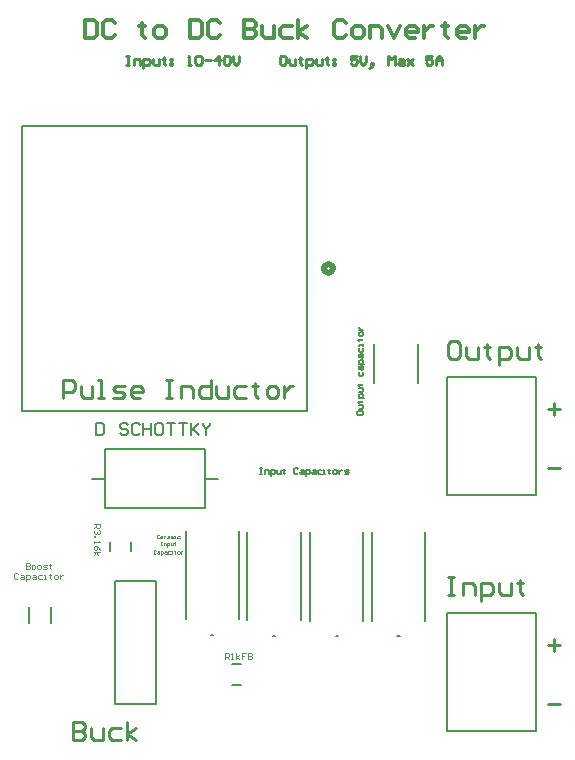
<source format=gto>
G04*
G04 #@! TF.GenerationSoftware,Altium Limited,Altium Designer,21.6.4 (81)*
G04*
G04 Layer_Color=65535*
%FSLAX25Y25*%
%MOIN*%
G70*
G04*
G04 #@! TF.SameCoordinates,5859FE92-40B9-4657-A5CE-F15D5BB89CAD*
G04*
G04*
G04 #@! TF.FilePolarity,Positive*
G04*
G01*
G75*
%ADD10C,0.02000*%
%ADD11C,0.00787*%
%ADD12C,0.00600*%
%ADD13C,0.00500*%
%ADD14C,0.00394*%
%ADD15C,0.01000*%
%ADD16C,0.01181*%
%ADD17C,0.00591*%
D10*
X138776Y188189D02*
X138425Y189153D01*
X137536Y189666D01*
X136526Y189488D01*
X135866Y188702D01*
Y187676D01*
X136526Y186890D01*
X137536Y186712D01*
X138425Y187225D01*
X138776Y188189D01*
D11*
X140551Y65531D02*
X139764D01*
X140551D01*
X99016Y66024D02*
X98228D01*
X99016D01*
X119587Y65728D02*
X118799D01*
X119587D01*
X161122Y65531D02*
X160335D01*
X161122D01*
X58583Y118110D02*
X62992D01*
X96063D02*
X100472D01*
X62992Y108169D02*
Y128051D01*
X96063D01*
Y108169D02*
Y128051D01*
X62992Y108169D02*
X96063D01*
X206496Y112697D02*
Y152067D01*
X176969Y112697D02*
Y152067D01*
X206496D01*
X176969Y112697D02*
X206496D01*
X206496Y33957D02*
Y73327D01*
X176969Y33957D02*
Y73327D01*
X206496D01*
X176969Y33957D02*
X206496D01*
X105315Y56299D02*
X108268D01*
X105315Y49409D02*
X108268D01*
X71358Y93898D02*
Y96850D01*
X64468Y93898D02*
Y96850D01*
X114670Y121784D02*
X115326D01*
X114998D01*
Y119817D01*
X114670D01*
X115326D01*
X116310D02*
Y121128D01*
X117294D01*
X117622Y120800D01*
Y119817D01*
X118278Y119160D02*
Y121128D01*
X119262D01*
X119590Y120800D01*
Y120144D01*
X119262Y119817D01*
X118278D01*
X120246Y121128D02*
Y120144D01*
X120574Y119817D01*
X121558D01*
Y121128D01*
X122542Y121456D02*
Y121128D01*
X122214D01*
X122870D01*
X122542D01*
Y120144D01*
X122870Y119817D01*
X127133Y121456D02*
X126805Y121784D01*
X126149D01*
X125821Y121456D01*
Y120144D01*
X126149Y119817D01*
X126805D01*
X127133Y120144D01*
X128117Y121128D02*
X128773D01*
X129101Y120800D01*
Y119817D01*
X128117D01*
X127789Y120144D01*
X128117Y120472D01*
X129101D01*
X129757Y119160D02*
Y121128D01*
X130741D01*
X131069Y120800D01*
Y120144D01*
X130741Y119817D01*
X129757D01*
X132053Y121128D02*
X132709D01*
X133037Y120800D01*
Y119817D01*
X132053D01*
X131725Y120144D01*
X132053Y120472D01*
X133037D01*
X135005Y121128D02*
X134021D01*
X133693Y120800D01*
Y120144D01*
X134021Y119817D01*
X135005D01*
X135661D02*
X136317D01*
X135989D01*
Y121128D01*
X135661D01*
X137628Y121456D02*
Y121128D01*
X137301D01*
X137957D01*
X137628D01*
Y120144D01*
X137957Y119817D01*
X139268D02*
X139924D01*
X140252Y120144D01*
Y120800D01*
X139924Y121128D01*
X139268D01*
X138941Y120800D01*
Y120144D01*
X139268Y119817D01*
X140908Y121128D02*
Y119817D01*
Y120472D01*
X141236Y120800D01*
X141564Y121128D01*
X141892D01*
X142876Y119817D02*
X143860D01*
X144188Y120144D01*
X143860Y120472D01*
X143204D01*
X142876Y120800D01*
X143204Y121128D01*
X144188D01*
X146720Y140326D02*
Y139670D01*
X147048Y139342D01*
X148360D01*
X148687Y139670D01*
Y140326D01*
X148360Y140654D01*
X147048D01*
X146720Y140326D01*
X147376Y141310D02*
X148360D01*
X148687Y141638D01*
Y142622D01*
X147376D01*
X147048Y143606D02*
X147376D01*
Y143278D01*
Y143934D01*
Y143606D01*
X148360D01*
X148687Y143934D01*
X149343Y144918D02*
X147376D01*
Y145902D01*
X147704Y146230D01*
X148360D01*
X148687Y145902D01*
Y144918D01*
X147376Y146886D02*
X148360D01*
X148687Y147213D01*
Y148197D01*
X147376D01*
X147048Y149181D02*
X147376D01*
Y148853D01*
Y149509D01*
Y149181D01*
X148360D01*
X148687Y149509D01*
X147376Y153773D02*
Y152789D01*
X147704Y152461D01*
X148360D01*
X148687Y152789D01*
Y153773D01*
X147376Y154757D02*
Y155413D01*
X147704Y155741D01*
X148687D01*
Y154757D01*
X148360Y154429D01*
X148031Y154757D01*
Y155741D01*
X149343Y156397D02*
X147376D01*
Y157381D01*
X147704Y157709D01*
X148360D01*
X148687Y157381D01*
Y156397D01*
X147376Y158693D02*
Y159349D01*
X147704Y159677D01*
X148687D01*
Y158693D01*
X148360Y158365D01*
X148031Y158693D01*
Y159677D01*
X147376Y161644D02*
Y160661D01*
X147704Y160333D01*
X148360D01*
X148687Y160661D01*
Y161644D01*
Y162300D02*
Y162956D01*
Y162628D01*
X147376D01*
Y162300D01*
X147048Y164268D02*
X147376D01*
Y163940D01*
Y164596D01*
Y164268D01*
X148360D01*
X148687Y164596D01*
Y165908D02*
Y166564D01*
X148360Y166892D01*
X147704D01*
X147376Y166564D01*
Y165908D01*
X147704Y165580D01*
X148360D01*
X148687Y165908D01*
X147376Y167548D02*
X148687D01*
X148031D01*
X147704Y167876D01*
X147376Y168204D01*
Y168532D01*
D12*
X130276Y140689D02*
Y235689D01*
X35276Y140689D02*
X130276D01*
X35276D02*
Y235689D01*
X130276D01*
X66028Y42846D02*
Y83846D01*
X79828D01*
Y42846D02*
Y83846D01*
X66028Y42846D02*
X79828D01*
X152541Y149858D02*
Y162937D01*
X167341Y149858D02*
Y162937D01*
X44890Y69850D02*
Y75229D01*
X37590Y69850D02*
Y75229D01*
D13*
X149016Y70768D02*
Y100295D01*
X131299Y70768D02*
Y100295D01*
X107480Y71260D02*
Y100787D01*
X89764Y71260D02*
Y100787D01*
X128051Y70965D02*
Y100492D01*
X110335Y70965D02*
Y100492D01*
X169587Y70768D02*
Y100295D01*
X151870Y70768D02*
Y100295D01*
D14*
X36386Y90071D02*
Y88103D01*
X37370D01*
X37698Y88432D01*
Y88759D01*
X37370Y89087D01*
X36386D01*
X37370D01*
X37698Y89415D01*
Y89743D01*
X37370Y90071D01*
X36386D01*
X38682Y88103D02*
X39338D01*
X39666Y88432D01*
Y89087D01*
X39338Y89415D01*
X38682D01*
X38354Y89087D01*
Y88432D01*
X38682Y88103D01*
X40650D02*
X41306D01*
X41633Y88432D01*
Y89087D01*
X41306Y89415D01*
X40650D01*
X40322Y89087D01*
Y88432D01*
X40650Y88103D01*
X42290D02*
X43273D01*
X43601Y88432D01*
X43273Y88759D01*
X42617D01*
X42290Y89087D01*
X42617Y89415D01*
X43601D01*
X44585Y89743D02*
Y89415D01*
X44257D01*
X44913D01*
X44585D01*
Y88432D01*
X44913Y88103D01*
X33926Y86437D02*
X33598Y86765D01*
X32942D01*
X32614Y86437D01*
Y85125D01*
X32942Y84797D01*
X33598D01*
X33926Y85125D01*
X34910Y86109D02*
X35566D01*
X35894Y85781D01*
Y84797D01*
X34910D01*
X34582Y85125D01*
X34910Y85453D01*
X35894D01*
X36550Y84141D02*
Y86109D01*
X37534D01*
X37862Y85781D01*
Y85125D01*
X37534Y84797D01*
X36550D01*
X38846Y86109D02*
X39502D01*
X39830Y85781D01*
Y84797D01*
X38846D01*
X38518Y85125D01*
X38846Y85453D01*
X39830D01*
X41798Y86109D02*
X40814D01*
X40486Y85781D01*
Y85125D01*
X40814Y84797D01*
X41798D01*
X42454D02*
X43109D01*
X42781D01*
Y86109D01*
X42454D01*
X44421Y86437D02*
Y86109D01*
X44093D01*
X44749D01*
X44421D01*
Y85125D01*
X44749Y84797D01*
X46061D02*
X46717D01*
X47045Y85125D01*
Y85781D01*
X46717Y86109D01*
X46061D01*
X45733Y85781D01*
Y85125D01*
X46061Y84797D01*
X47701Y86109D02*
Y84797D01*
Y85453D01*
X48029Y85781D01*
X48357Y86109D01*
X48685D01*
X80808Y99212D02*
X80611Y99409D01*
X80218D01*
X80021Y99212D01*
Y98425D01*
X80218Y98228D01*
X80611D01*
X80808Y98425D01*
X81792Y98228D02*
X81398D01*
X81202Y98425D01*
Y98818D01*
X81398Y99015D01*
X81792D01*
X81989Y98818D01*
Y98621D01*
X81202D01*
X82382Y99015D02*
Y98228D01*
Y98621D01*
X82579Y98818D01*
X82776Y99015D01*
X82973D01*
X83760D02*
X84153D01*
X84350Y98818D01*
Y98228D01*
X83760D01*
X83563Y98425D01*
X83760Y98621D01*
X84350D01*
X84744Y98228D02*
Y99015D01*
X84941D01*
X85137Y98818D01*
Y98228D01*
Y98818D01*
X85334Y99015D01*
X85531Y98818D01*
Y98228D01*
X85925D02*
X86318D01*
X86121D01*
Y99015D01*
X85925D01*
X87696D02*
X87105D01*
X86909Y98818D01*
Y98425D01*
X87105Y98228D01*
X87696D01*
X81398Y97047D02*
X81792D01*
X81595D01*
Y95866D01*
X81398D01*
X81792D01*
X82382D02*
Y96653D01*
X82973D01*
X83170Y96457D01*
Y95866D01*
X83563Y95473D02*
Y96653D01*
X84153D01*
X84350Y96457D01*
Y96063D01*
X84153Y95866D01*
X83563D01*
X84744Y96653D02*
Y96063D01*
X84941Y95866D01*
X85531D01*
Y96653D01*
X86121Y96850D02*
Y96653D01*
X85925D01*
X86318D01*
X86121D01*
Y96063D01*
X86318Y95866D01*
X79824Y94095D02*
X79627Y94292D01*
X79234D01*
X79037Y94095D01*
Y93308D01*
X79234Y93111D01*
X79627D01*
X79824Y93308D01*
X80414Y93898D02*
X80808D01*
X81005Y93701D01*
Y93111D01*
X80414D01*
X80218Y93308D01*
X80414Y93505D01*
X81005D01*
X81398Y92717D02*
Y93898D01*
X81989D01*
X82186Y93701D01*
Y93308D01*
X81989Y93111D01*
X81398D01*
X82776Y93898D02*
X83170D01*
X83366Y93701D01*
Y93111D01*
X82776D01*
X82579Y93308D01*
X82776Y93505D01*
X83366D01*
X84547Y93898D02*
X83957D01*
X83760Y93701D01*
Y93308D01*
X83957Y93111D01*
X84547D01*
X84941D02*
X85334D01*
X85137D01*
Y93898D01*
X84941D01*
X86121Y94095D02*
Y93898D01*
X85925D01*
X86318D01*
X86121D01*
Y93308D01*
X86318Y93111D01*
X87105D02*
X87499D01*
X87696Y93308D01*
Y93701D01*
X87499Y93898D01*
X87105D01*
X86909Y93701D01*
Y93308D01*
X87105Y93111D01*
X88089Y93898D02*
Y93111D01*
Y93505D01*
X88286Y93701D01*
X88483Y93898D01*
X88679D01*
X59154Y102918D02*
X61122D01*
Y101934D01*
X60794Y101606D01*
X60138D01*
X59810Y101934D01*
Y102918D01*
Y102262D02*
X59154Y101606D01*
X60794Y100950D02*
X61122Y100622D01*
Y99967D01*
X60794Y99638D01*
X60466D01*
X60138Y99967D01*
Y100294D01*
Y99967D01*
X59810Y99638D01*
X59482D01*
X59154Y99967D01*
Y100622D01*
X59482Y100950D01*
X59154Y98983D02*
X59482D01*
Y98655D01*
X59154D01*
Y98983D01*
Y97343D02*
Y96687D01*
Y97015D01*
X61122D01*
X60794Y97343D01*
X61122Y94391D02*
X60794Y95047D01*
X60138Y95703D01*
X59482D01*
X59154Y95375D01*
Y94719D01*
X59482Y94391D01*
X59810D01*
X60138Y94719D01*
Y95703D01*
X59154Y93735D02*
X61122D01*
X59810D02*
X60466Y92751D01*
X59810Y93735D02*
X59154Y92751D01*
X102954Y57973D02*
Y59941D01*
X103938D01*
X104266Y59613D01*
Y58957D01*
X103938Y58629D01*
X102954D01*
X103610D02*
X104266Y57973D01*
X104922D02*
X105578D01*
X105250D01*
Y59941D01*
X104922Y59613D01*
X106562Y57973D02*
Y59941D01*
Y58629D02*
X107546Y59285D01*
X106562Y58629D02*
X107546Y57973D01*
X109842Y59941D02*
X108530D01*
Y58957D01*
X109186D01*
X108530D01*
Y57973D01*
X110498Y59941D02*
Y57973D01*
X111482D01*
X111810Y58301D01*
Y58629D01*
X111482Y58957D01*
X110498D01*
X111482D01*
X111810Y59285D01*
Y59613D01*
X111482Y59941D01*
X110498D01*
D15*
X210449Y121571D02*
X214448D01*
X210449Y141287D02*
X214448D01*
X212448Y143286D02*
Y139287D01*
X69898Y259135D02*
X70947D01*
X70422D01*
Y255986D01*
X69898D01*
X70947D01*
X72522D02*
Y258086D01*
X74096D01*
X74620Y257561D01*
Y255986D01*
X75670Y254937D02*
Y258086D01*
X77244D01*
X77769Y257561D01*
Y256511D01*
X77244Y255986D01*
X75670D01*
X78819Y258086D02*
Y256511D01*
X79343Y255986D01*
X80918D01*
Y258086D01*
X82492Y258610D02*
Y258086D01*
X81967D01*
X83017D01*
X82492D01*
Y256511D01*
X83017Y255986D01*
X84591Y258086D02*
X85116D01*
Y257561D01*
X84591D01*
Y258086D01*
Y256511D02*
X85116D01*
Y255986D01*
X84591D01*
Y256511D01*
X90364Y255986D02*
X91413D01*
X90888D01*
Y259135D01*
X90364Y258610D01*
X92987D02*
X93512Y259135D01*
X94562D01*
X95086Y258610D01*
Y256511D01*
X94562Y255986D01*
X93512D01*
X92987Y256511D01*
Y258610D01*
X96136Y257561D02*
X98235D01*
X100859Y255986D02*
Y259135D01*
X99284Y257561D01*
X101384D01*
X102433Y258610D02*
X102958Y259135D01*
X104007D01*
X104532Y258610D01*
Y256511D01*
X104007Y255986D01*
X102958D01*
X102433Y256511D01*
Y258610D01*
X105582Y259135D02*
Y257036D01*
X106631Y255986D01*
X107681Y257036D01*
Y259135D01*
X122653D02*
X121604D01*
X121079Y258610D01*
Y256511D01*
X121604Y255986D01*
X122653D01*
X123178Y256511D01*
Y258610D01*
X122653Y259135D01*
X124227Y258086D02*
Y256511D01*
X124752Y255986D01*
X126326D01*
Y258086D01*
X127901Y258610D02*
Y258086D01*
X127376D01*
X128426D01*
X127901D01*
Y256511D01*
X128426Y255986D01*
X130000Y254937D02*
Y258086D01*
X131574D01*
X132099Y257561D01*
Y256511D01*
X131574Y255986D01*
X130000D01*
X133148Y258086D02*
Y256511D01*
X133673Y255986D01*
X135247D01*
Y258086D01*
X136822Y258610D02*
Y258086D01*
X136297D01*
X137346D01*
X136822D01*
Y256511D01*
X137346Y255986D01*
X138921Y258086D02*
X139445D01*
Y257561D01*
X138921D01*
Y258086D01*
Y256511D02*
X139445D01*
Y255986D01*
X138921D01*
Y256511D01*
X146792Y259135D02*
X144693D01*
Y257561D01*
X145743Y258086D01*
X146267D01*
X146792Y257561D01*
Y256511D01*
X146267Y255986D01*
X145218D01*
X144693Y256511D01*
X147842Y259135D02*
Y257036D01*
X148891Y255986D01*
X149941Y257036D01*
Y259135D01*
X151515Y255462D02*
X152040Y255986D01*
Y256511D01*
X151515D01*
Y255986D01*
X152040D01*
X151515Y255462D01*
X150990Y254937D01*
X157288Y255986D02*
Y259135D01*
X158337Y258086D01*
X159387Y259135D01*
Y255986D01*
X160961Y258086D02*
X162010D01*
X162535Y257561D01*
Y255986D01*
X160961D01*
X160436Y256511D01*
X160961Y257036D01*
X162535D01*
X163585Y258086D02*
X165684Y255986D01*
X164634Y257036D01*
X165684Y258086D01*
X163585Y255986D01*
X171981Y259135D02*
X169882D01*
Y257561D01*
X170931Y258086D01*
X171456D01*
X171981Y257561D01*
Y256511D01*
X171456Y255986D01*
X170407D01*
X169882Y256511D01*
X173030Y255986D02*
Y258086D01*
X174080Y259135D01*
X175129Y258086D01*
Y255986D01*
Y257561D01*
X173030D01*
X210449Y42831D02*
X214447D01*
X210449Y62547D02*
X214447D01*
X212448Y64546D02*
Y60547D01*
X52200Y36857D02*
Y30859D01*
X55199D01*
X56199Y31859D01*
Y32859D01*
X55199Y33858D01*
X52200D01*
X55199D01*
X56199Y34858D01*
Y35858D01*
X55199Y36857D01*
X52200D01*
X58198Y34858D02*
Y31859D01*
X59198Y30859D01*
X62197D01*
Y34858D01*
X68195D02*
X65196D01*
X64196Y33858D01*
Y31859D01*
X65196Y30859D01*
X68195D01*
X70194D02*
Y36857D01*
Y32859D02*
X73194Y34858D01*
X70194Y32859D02*
X73194Y30859D01*
X48831Y144981D02*
Y150885D01*
X51783D01*
X52767Y149901D01*
Y147933D01*
X51783Y146949D01*
X48831D01*
X54735Y148917D02*
Y145965D01*
X55719Y144981D01*
X58671D01*
Y148917D01*
X60638Y144981D02*
X62606D01*
X61623D01*
Y150885D01*
X60638D01*
X65558Y144981D02*
X68510D01*
X69494Y145965D01*
X68510Y146949D01*
X66542D01*
X65558Y147933D01*
X66542Y148917D01*
X69494D01*
X74414Y144981D02*
X72446D01*
X71462Y145965D01*
Y147933D01*
X72446Y148917D01*
X74414D01*
X75397Y147933D01*
Y146949D01*
X71462D01*
X83269Y150885D02*
X85237D01*
X84253D01*
Y144981D01*
X83269D01*
X85237D01*
X88189D02*
Y148917D01*
X91141D01*
X92124Y147933D01*
Y144981D01*
X98028Y150885D02*
Y144981D01*
X95076D01*
X94092Y145965D01*
Y147933D01*
X95076Y148917D01*
X98028D01*
X99996D02*
Y145965D01*
X100980Y144981D01*
X103932D01*
Y148917D01*
X109835D02*
X106883D01*
X105900Y147933D01*
Y145965D01*
X106883Y144981D01*
X109835D01*
X112787Y149901D02*
Y148917D01*
X111803D01*
X113771D01*
X112787D01*
Y145965D01*
X113771Y144981D01*
X117707D02*
X119675D01*
X120659Y145965D01*
Y147933D01*
X119675Y148917D01*
X117707D01*
X116723Y147933D01*
Y145965D01*
X117707Y144981D01*
X122626Y148917D02*
Y144981D01*
Y146949D01*
X123610Y147933D01*
X124594Y148917D01*
X125578D01*
X180131Y163955D02*
X178132D01*
X177132Y162955D01*
Y158956D01*
X178132Y157957D01*
X180131D01*
X181131Y158956D01*
Y162955D01*
X180131Y163955D01*
X183130Y161955D02*
Y158956D01*
X184130Y157957D01*
X187129D01*
Y161955D01*
X190128Y162955D02*
Y161955D01*
X189128D01*
X191128D01*
X190128D01*
Y158956D01*
X191128Y157957D01*
X194127Y155957D02*
Y161955D01*
X197126D01*
X198126Y160956D01*
Y158956D01*
X197126Y157957D01*
X194127D01*
X200125Y161955D02*
Y158956D01*
X201125Y157957D01*
X204124D01*
Y161955D01*
X207123Y162955D02*
Y161955D01*
X206123D01*
X208122D01*
X207123D01*
Y158956D01*
X208122Y157957D01*
X177132Y85255D02*
X179132D01*
X178132D01*
Y79257D01*
X177132D01*
X179132D01*
X182131D02*
Y83255D01*
X185130D01*
X186129Y82256D01*
Y79257D01*
X188129Y77257D02*
Y83255D01*
X191128D01*
X192127Y82256D01*
Y80256D01*
X191128Y79257D01*
X188129D01*
X194127Y83255D02*
Y80256D01*
X195126Y79257D01*
X198126D01*
Y83255D01*
X201125Y84255D02*
Y83255D01*
X200125D01*
X202124D01*
X201125D01*
Y80256D01*
X202124Y79257D01*
D16*
X56299Y270959D02*
Y264961D01*
X59298D01*
X60298Y265960D01*
Y269959D01*
X59298Y270959D01*
X56299D01*
X66296Y269959D02*
X65296Y270959D01*
X63297D01*
X62297Y269959D01*
Y265960D01*
X63297Y264961D01*
X65296D01*
X66296Y265960D01*
X75293Y269959D02*
Y268959D01*
X74293D01*
X76293D01*
X75293D01*
Y265960D01*
X76293Y264961D01*
X80291D02*
X82291D01*
X83290Y265960D01*
Y267960D01*
X82291Y268959D01*
X80291D01*
X79292Y267960D01*
Y265960D01*
X80291Y264961D01*
X91288Y270959D02*
Y264961D01*
X94287D01*
X95287Y265960D01*
Y269959D01*
X94287Y270959D01*
X91288D01*
X101285Y269959D02*
X100285Y270959D01*
X98286D01*
X97286Y269959D01*
Y265960D01*
X98286Y264961D01*
X100285D01*
X101285Y265960D01*
X109282Y270959D02*
Y264961D01*
X112281D01*
X113281Y265960D01*
Y266960D01*
X112281Y267960D01*
X109282D01*
X112281D01*
X113281Y268959D01*
Y269959D01*
X112281Y270959D01*
X109282D01*
X115280Y268959D02*
Y265960D01*
X116280Y264961D01*
X119279D01*
Y268959D01*
X125277D02*
X122278D01*
X121278Y267960D01*
Y265960D01*
X122278Y264961D01*
X125277D01*
X127276D02*
Y270959D01*
Y266960D02*
X130275Y268959D01*
X127276Y266960D02*
X130275Y264961D01*
X143271Y269959D02*
X142271Y270959D01*
X140272D01*
X139272Y269959D01*
Y265960D01*
X140272Y264961D01*
X142271D01*
X143271Y265960D01*
X146270Y264961D02*
X148269D01*
X149269Y265960D01*
Y267960D01*
X148269Y268959D01*
X146270D01*
X145270Y267960D01*
Y265960D01*
X146270Y264961D01*
X151268D02*
Y268959D01*
X154268D01*
X155267Y267960D01*
Y264961D01*
X157267Y268959D02*
X159266Y264961D01*
X161265Y268959D01*
X166264Y264961D02*
X164264D01*
X163265Y265960D01*
Y267960D01*
X164264Y268959D01*
X166264D01*
X167263Y267960D01*
Y266960D01*
X163265D01*
X169263Y268959D02*
Y264961D01*
Y266960D01*
X170262Y267960D01*
X171262Y268959D01*
X172262D01*
X176260Y269959D02*
Y268959D01*
X175261D01*
X177260D01*
X176260D01*
Y265960D01*
X177260Y264961D01*
X183258D02*
X181259D01*
X180259Y265960D01*
Y267960D01*
X181259Y268959D01*
X183258D01*
X184258Y267960D01*
Y266960D01*
X180259D01*
X186257Y268959D02*
Y264961D01*
Y266960D01*
X187257Y267960D01*
X188257Y268959D01*
X189256D01*
D17*
X59934Y136712D02*
Y132776D01*
X61902D01*
X62558Y133432D01*
Y136056D01*
X61902Y136712D01*
X59934D01*
X70429Y136056D02*
X69773Y136712D01*
X68461D01*
X67805Y136056D01*
Y135400D01*
X68461Y134744D01*
X69773D01*
X70429Y134088D01*
Y133432D01*
X69773Y132776D01*
X68461D01*
X67805Y133432D01*
X74365Y136056D02*
X73709Y136712D01*
X72397D01*
X71741Y136056D01*
Y133432D01*
X72397Y132776D01*
X73709D01*
X74365Y133432D01*
X75677Y136712D02*
Y132776D01*
Y134744D01*
X78301D01*
Y136712D01*
Y132776D01*
X81581Y136712D02*
X80269D01*
X79613Y136056D01*
Y133432D01*
X80269Y132776D01*
X81581D01*
X82236Y133432D01*
Y136056D01*
X81581Y136712D01*
X83548D02*
X86172D01*
X84860D01*
Y132776D01*
X87484Y136712D02*
X90108D01*
X88796D01*
Y132776D01*
X91420Y136712D02*
Y132776D01*
Y134088D01*
X94044Y136712D01*
X92076Y134744D01*
X94044Y132776D01*
X95356Y136712D02*
Y136056D01*
X96667Y134744D01*
X97979Y136056D01*
Y136712D01*
X96667Y134744D02*
Y132776D01*
M02*

</source>
